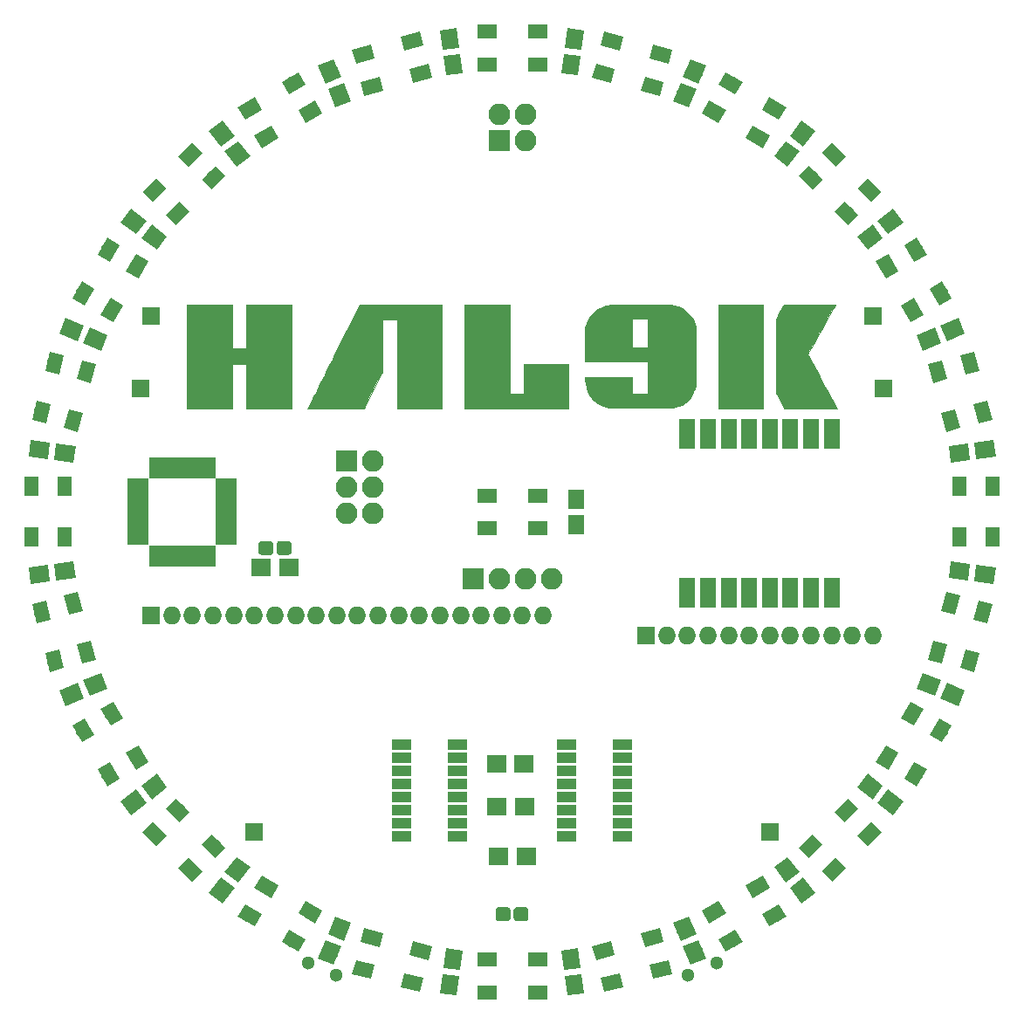
<source format=gts>
G04 #@! TF.GenerationSoftware,KiCad,Pcbnew,(5.0.0)*
G04 #@! TF.CreationDate,2018-09-11T12:34:07+02:00*
G04 #@! TF.ProjectId,hal9k-badge,68616C396B2D62616467652E6B696361,rev?*
G04 #@! TF.SameCoordinates,PX5f5e100PY8f0d180*
G04 #@! TF.FileFunction,Soldermask,Top*
G04 #@! TF.FilePolarity,Negative*
%FSLAX46Y46*%
G04 Gerber Fmt 4.6, Leading zero omitted, Abs format (unit mm)*
G04 Created by KiCad (PCBNEW (5.0.0)) date 09/11/18 12:34:07*
%MOMM*%
%LPD*%
G01*
G04 APERTURE LIST*
%ADD10C,0.010000*%
%ADD11C,0.100000*%
%ADD12R,1.900000X1.000000*%
%ADD13C,1.400000*%
%ADD14R,1.900000X1.400000*%
%ADD15R,1.400000X1.900000*%
%ADD16C,1.650000*%
%ADD17R,1.650000X1.900000*%
%ADD18O,2.100000X2.100000*%
%ADD19R,2.100000X2.100000*%
%ADD20R,1.900000X1.700000*%
%ADD21R,2.000000X0.950000*%
%ADD22R,0.950000X2.000000*%
%ADD23C,1.350000*%
%ADD24R,1.500000X2.900000*%
%ADD25R,1.750000X1.750000*%
%ADD26O,1.750000X1.750000*%
%ADD27C,1.300000*%
G04 APERTURE END LIST*
D10*
G04 #@! TO.C,*
G36*
X81370630Y70111750D02*
X81320290Y70014403D01*
X81297106Y69972284D01*
X81244935Y69879267D01*
X81166207Y69739637D01*
X81063351Y69557680D01*
X80938794Y69337683D01*
X80794966Y69083932D01*
X80634296Y68800711D01*
X80459211Y68492309D01*
X80272142Y68163009D01*
X80075517Y67817099D01*
X79966395Y67625215D01*
X79766906Y67274104D01*
X79576730Y66938646D01*
X79398182Y66622966D01*
X79233575Y66331189D01*
X79085222Y66067440D01*
X78955438Y65835844D01*
X78846535Y65640526D01*
X78760828Y65485611D01*
X78700631Y65375225D01*
X78668256Y65313492D01*
X78663138Y65301625D01*
X78678032Y65269755D01*
X78721227Y65186036D01*
X78790628Y65054369D01*
X78884137Y64878655D01*
X78999657Y64662798D01*
X79135091Y64410697D01*
X79288342Y64126254D01*
X79457314Y63813372D01*
X79639909Y63475952D01*
X79834031Y63117895D01*
X80037582Y62743102D01*
X80095593Y62636405D01*
X80301245Y62258148D01*
X80498059Y61895951D01*
X80683944Y61553673D01*
X80856807Y61235177D01*
X81014556Y60944323D01*
X81155100Y60684972D01*
X81276346Y60460985D01*
X81376202Y60276223D01*
X81452577Y60134547D01*
X81503378Y60039817D01*
X81526513Y59995895D01*
X81527750Y59993218D01*
X81496788Y59991712D01*
X81407054Y59990278D01*
X81263278Y59988934D01*
X81070187Y59987696D01*
X80832510Y59986584D01*
X80554975Y59985614D01*
X80242312Y59984805D01*
X79899248Y59984176D01*
X79530511Y59983743D01*
X79140832Y59983524D01*
X78961943Y59983500D01*
X76396137Y59983500D01*
X76009132Y60769313D01*
X75622126Y61555125D01*
X75622188Y65118880D01*
X75622250Y68682634D01*
X75979109Y69397192D01*
X76335969Y70111751D01*
X78853299Y70111751D01*
X81370630Y70111750D01*
X81370630Y70111750D01*
G37*
X81370630Y70111750D02*
X81320290Y70014403D01*
X81297106Y69972284D01*
X81244935Y69879267D01*
X81166207Y69739637D01*
X81063351Y69557680D01*
X80938794Y69337683D01*
X80794966Y69083932D01*
X80634296Y68800711D01*
X80459211Y68492309D01*
X80272142Y68163009D01*
X80075517Y67817099D01*
X79966395Y67625215D01*
X79766906Y67274104D01*
X79576730Y66938646D01*
X79398182Y66622966D01*
X79233575Y66331189D01*
X79085222Y66067440D01*
X78955438Y65835844D01*
X78846535Y65640526D01*
X78760828Y65485611D01*
X78700631Y65375225D01*
X78668256Y65313492D01*
X78663138Y65301625D01*
X78678032Y65269755D01*
X78721227Y65186036D01*
X78790628Y65054369D01*
X78884137Y64878655D01*
X78999657Y64662798D01*
X79135091Y64410697D01*
X79288342Y64126254D01*
X79457314Y63813372D01*
X79639909Y63475952D01*
X79834031Y63117895D01*
X80037582Y62743102D01*
X80095593Y62636405D01*
X80301245Y62258148D01*
X80498059Y61895951D01*
X80683944Y61553673D01*
X80856807Y61235177D01*
X81014556Y60944323D01*
X81155100Y60684972D01*
X81276346Y60460985D01*
X81376202Y60276223D01*
X81452577Y60134547D01*
X81503378Y60039817D01*
X81526513Y59995895D01*
X81527750Y59993218D01*
X81496788Y59991712D01*
X81407054Y59990278D01*
X81263278Y59988934D01*
X81070187Y59987696D01*
X80832510Y59986584D01*
X80554975Y59985614D01*
X80242312Y59984805D01*
X79899248Y59984176D01*
X79530511Y59983743D01*
X79140832Y59983524D01*
X78961943Y59983500D01*
X76396137Y59983500D01*
X76009132Y60769313D01*
X75622126Y61555125D01*
X75622188Y65118880D01*
X75622250Y68682634D01*
X75979109Y69397192D01*
X76335969Y70111751D01*
X78853299Y70111751D01*
X81370630Y70111750D01*
G36*
X74352250Y59983500D02*
X70002500Y59983500D01*
X70002500Y70111750D01*
X74352250Y70111750D01*
X74352250Y59983500D01*
X74352250Y59983500D01*
G37*
X74352250Y59983500D02*
X70002500Y59983500D01*
X70002500Y70111750D01*
X74352250Y70111750D01*
X74352250Y59983500D01*
D11*
G36*
X63013815Y70095811D02*
X63458773Y70095567D01*
X63848513Y70095071D01*
X64187178Y70094247D01*
X64478908Y70093022D01*
X64727845Y70091321D01*
X64938131Y70089071D01*
X65113907Y70086196D01*
X65259314Y70082623D01*
X65378494Y70078277D01*
X65475588Y70073084D01*
X65554737Y70066971D01*
X65620083Y70059862D01*
X65675768Y70051683D01*
X65725932Y70042361D01*
X65747501Y70037839D01*
X66169111Y69918695D01*
X66548241Y69752425D01*
X66884238Y69539679D01*
X67176447Y69281111D01*
X67424217Y68977370D01*
X67626893Y68629110D01*
X67783823Y68236980D01*
X67869639Y67921084D01*
X67879291Y67872768D01*
X67887719Y67817020D01*
X67895001Y67749469D01*
X67901222Y67665748D01*
X67906460Y67561487D01*
X67910799Y67432318D01*
X67914319Y67273870D01*
X67917101Y67081776D01*
X67919228Y66851665D01*
X67920780Y66579170D01*
X67921839Y66259921D01*
X67922487Y65889549D01*
X67922804Y65463685D01*
X67922875Y65063500D01*
X67922839Y64578027D01*
X67922582Y64151480D01*
X67921876Y63779287D01*
X67920492Y63456875D01*
X67918203Y63179670D01*
X67914783Y62943100D01*
X67910002Y62742592D01*
X67903634Y62573571D01*
X67895451Y62431466D01*
X67885226Y62311702D01*
X67872731Y62209708D01*
X67857738Y62120910D01*
X67840019Y62040734D01*
X67819348Y61964608D01*
X67795497Y61887959D01*
X67768238Y61806213D01*
X67759505Y61780435D01*
X67601411Y61408958D01*
X67393076Y61074009D01*
X67138110Y60778461D01*
X66840122Y60525186D01*
X66502720Y60317060D01*
X66129513Y60156955D01*
X65724111Y60047745D01*
X65545955Y60017862D01*
X65474761Y60012490D01*
X65345957Y60007634D01*
X65165265Y60003293D01*
X64938412Y59999467D01*
X64671121Y59996155D01*
X64369116Y59993355D01*
X64038121Y59991069D01*
X63683862Y59989293D01*
X63312061Y59988029D01*
X62928443Y59987275D01*
X62538732Y59987030D01*
X62148653Y59987295D01*
X61763930Y59988067D01*
X61390287Y59989346D01*
X61033448Y59991132D01*
X60699137Y59993424D01*
X60393080Y59996220D01*
X60120998Y59999522D01*
X59888619Y60003326D01*
X59701664Y60007634D01*
X59565859Y60012444D01*
X59486927Y60017755D01*
X59480065Y60018636D01*
X59060519Y60109225D01*
X58675118Y60252180D01*
X58326032Y60445003D01*
X58015429Y60685200D01*
X57745478Y60970273D01*
X57518347Y61297728D01*
X57336204Y61665068D01*
X57201219Y62069797D01*
X57115559Y62509420D01*
X57089966Y62769563D01*
X57070672Y63063250D01*
X61715750Y63063250D01*
X61715750Y61444000D01*
X63144500Y61444000D01*
X63144500Y64492000D01*
X57076144Y64492000D01*
X57087568Y66135063D01*
X57098993Y67778125D01*
X57185037Y68088722D01*
X57327252Y68495753D01*
X57407886Y68651250D01*
X61715750Y68651250D01*
X61715750Y65952500D01*
X63144500Y65952500D01*
X63144500Y68651250D01*
X61715750Y68651250D01*
X57407886Y68651250D01*
X57515988Y68859717D01*
X57750308Y69179741D01*
X58029278Y69454951D01*
X58351961Y69684472D01*
X58717423Y69867432D01*
X59124726Y70002955D01*
X59271498Y70037839D01*
X59320540Y70047693D01*
X59373264Y70056370D01*
X59433813Y70063944D01*
X59506328Y70070490D01*
X59594949Y70076082D01*
X59703819Y70080794D01*
X59837079Y70084701D01*
X59998871Y70087877D01*
X60193335Y70090395D01*
X60424613Y70092331D01*
X60696847Y70093758D01*
X61014178Y70094750D01*
X61380747Y70095383D01*
X61800696Y70095729D01*
X62278166Y70095864D01*
X62509500Y70095875D01*
X63013815Y70095811D01*
X63013815Y70095811D01*
G37*
D10*
G36*
X49746000Y61444000D02*
X51143000Y61444000D01*
X51143000Y64333250D01*
X55429250Y64333250D01*
X55429250Y59983500D01*
X45396250Y59983500D01*
X45396250Y70111750D01*
X49746000Y70111750D01*
X49746000Y61444000D01*
X49746000Y61444000D01*
G37*
X49746000Y61444000D02*
X51143000Y61444000D01*
X51143000Y64333250D01*
X55429250Y64333250D01*
X55429250Y59983500D01*
X45396250Y59983500D01*
X45396250Y70111750D01*
X49746000Y70111750D01*
X49746000Y61444000D01*
G36*
X43173750Y70111750D02*
X43173750Y59983500D01*
X38824000Y59983500D01*
X38824000Y68651250D01*
X37395250Y68651250D01*
X37395250Y63606876D01*
X36514187Y61795741D01*
X35633125Y59984606D01*
X32894687Y59984053D01*
X32483770Y59984150D01*
X32091540Y59984594D01*
X31722576Y59985358D01*
X31381454Y59986416D01*
X31072751Y59987744D01*
X30801044Y59989316D01*
X30570911Y59991105D01*
X30386927Y59993086D01*
X30253671Y59995234D01*
X30175719Y59997523D01*
X30156250Y59999415D01*
X30170219Y60029028D01*
X30211176Y60112565D01*
X30277693Y60247165D01*
X30368343Y60429963D01*
X30481700Y60658098D01*
X30616336Y60928706D01*
X30770824Y61238925D01*
X30943738Y61585890D01*
X31133650Y61966741D01*
X31339134Y62378612D01*
X31558762Y62818642D01*
X31791107Y63283968D01*
X32034743Y63771727D01*
X32288242Y64279055D01*
X32550178Y64803090D01*
X32680394Y65063540D01*
X35204539Y70111751D01*
X39189144Y70111751D01*
X43173750Y70111750D01*
X43173750Y70111750D01*
G37*
X43173750Y70111750D02*
X43173750Y59983500D01*
X38824000Y59983500D01*
X38824000Y68651250D01*
X37395250Y68651250D01*
X37395250Y63606876D01*
X36514187Y61795741D01*
X35633125Y59984606D01*
X32894687Y59984053D01*
X32483770Y59984150D01*
X32091540Y59984594D01*
X31722576Y59985358D01*
X31381454Y59986416D01*
X31072751Y59987744D01*
X30801044Y59989316D01*
X30570911Y59991105D01*
X30386927Y59993086D01*
X30253671Y59995234D01*
X30175719Y59997523D01*
X30156250Y59999415D01*
X30170219Y60029028D01*
X30211176Y60112565D01*
X30277693Y60247165D01*
X30368343Y60429963D01*
X30481700Y60658098D01*
X30616336Y60928706D01*
X30770824Y61238925D01*
X30943738Y61585890D01*
X31133650Y61966741D01*
X31339134Y62378612D01*
X31558762Y62818642D01*
X31791107Y63283968D01*
X32034743Y63771727D01*
X32288242Y64279055D01*
X32550178Y64803090D01*
X32680394Y65063540D01*
X35204539Y70111751D01*
X39189144Y70111751D01*
X43173750Y70111750D01*
G36*
X22853750Y65825500D02*
X24250750Y65825500D01*
X24250750Y70111750D01*
X28600500Y70111750D01*
X28600500Y59983500D01*
X24250750Y59983500D01*
X24250750Y64333250D01*
X22853750Y64333250D01*
X22853750Y59983500D01*
X18472250Y59983500D01*
X18472250Y70111750D01*
X22853750Y70111750D01*
X22853750Y65825500D01*
X22853750Y65825500D01*
G37*
X22853750Y65825500D02*
X24250750Y65825500D01*
X24250750Y70111750D01*
X28600500Y70111750D01*
X28600500Y59983500D01*
X24250750Y59983500D01*
X24250750Y64333250D01*
X22853750Y64333250D01*
X22853750Y59983500D01*
X18472250Y59983500D01*
X18472250Y70111750D01*
X22853750Y70111750D01*
X22853750Y65825500D01*
G04 #@! TD*
D12*
G04 #@! TO.C,U5*
X55300000Y27445000D03*
X55300000Y26175000D03*
X55300000Y24905000D03*
X55300000Y23635000D03*
X55300000Y22365000D03*
X55300000Y21095000D03*
X55300000Y19825000D03*
X55300000Y18555000D03*
X60700000Y18555000D03*
X60700000Y19825000D03*
X60700000Y21095000D03*
X60700000Y22365000D03*
X60700000Y23635000D03*
X60700000Y24905000D03*
X60700000Y26175000D03*
X60700000Y27445000D03*
G04 #@! TD*
D13*
G04 #@! TO.C,D7*
X95646250Y40305551D03*
D11*
G36*
X96076520Y39206748D02*
X94724224Y39569095D01*
X95215980Y41404354D01*
X96568276Y41042007D01*
X96076520Y39206748D01*
X96076520Y39206748D01*
G37*
D13*
X92555287Y41133772D03*
D11*
G36*
X92985557Y40034969D02*
X91633261Y40397316D01*
X92125017Y42232575D01*
X93477313Y41870228D01*
X92985557Y40034969D01*
X92985557Y40034969D01*
G37*
D13*
X94378037Y35572514D03*
D11*
G36*
X94808307Y34473711D02*
X93456011Y34836058D01*
X93947767Y36671317D01*
X95300063Y36308970D01*
X94808307Y34473711D01*
X94808307Y34473711D01*
G37*
D13*
X91287074Y36400735D03*
D11*
G36*
X91717344Y35301932D02*
X90365048Y35664279D01*
X90856804Y37499538D01*
X92209100Y37137191D01*
X91717344Y35301932D01*
X91717344Y35301932D01*
G37*
G04 #@! TD*
D13*
G04 #@! TO.C,D8*
X91581784Y28821762D03*
D11*
G36*
X91713002Y27649038D02*
X90500566Y28349038D01*
X91450566Y29994486D01*
X92663002Y29294486D01*
X91713002Y27649038D01*
X91713002Y27649038D01*
G37*
D13*
X88810502Y30421762D03*
D11*
G36*
X88941720Y29249038D02*
X87729284Y29949038D01*
X88679284Y31594486D01*
X89891720Y30894486D01*
X88941720Y29249038D01*
X88941720Y29249038D01*
G37*
D13*
X89131784Y24578238D03*
D11*
G36*
X89263002Y23405514D02*
X88050566Y24105514D01*
X89000566Y25750962D01*
X90213002Y25050962D01*
X89263002Y23405514D01*
X89263002Y23405514D01*
G37*
D13*
X86360502Y26178238D03*
D11*
G36*
X86491720Y25005514D02*
X85279284Y25705514D01*
X86229284Y27350962D01*
X87441720Y26650962D01*
X86491720Y25005514D01*
X86491720Y25005514D01*
G37*
G04 #@! TD*
D13*
G04 #@! TO.C,D9*
X84683587Y18781236D03*
D11*
G36*
X84506810Y17614510D02*
X83516861Y18604459D01*
X84860364Y19947962D01*
X85850313Y18958013D01*
X84506810Y17614510D01*
X84506810Y17614510D01*
G37*
D13*
X82420846Y21043977D03*
D11*
G36*
X82244069Y19877251D02*
X81254120Y20867200D01*
X82597623Y22210703D01*
X83587572Y21220754D01*
X82244069Y19877251D01*
X82244069Y19877251D01*
G37*
D13*
X81218764Y15316413D03*
D11*
G36*
X81041987Y14149687D02*
X80052038Y15139636D01*
X81395541Y16483139D01*
X82385490Y15493190D01*
X81041987Y14149687D01*
X81041987Y14149687D01*
G37*
D13*
X78956023Y17579154D03*
D11*
G36*
X78779246Y16412428D02*
X77789297Y17402377D01*
X79132800Y18745880D01*
X80122749Y17755931D01*
X78779246Y16412428D01*
X78779246Y16412428D01*
G37*
G04 #@! TD*
D13*
G04 #@! TO.C,D10*
X75421762Y10868216D03*
D11*
G36*
X74949038Y9786998D02*
X74249038Y10999434D01*
X75894486Y11949434D01*
X76594486Y10736998D01*
X74949038Y9786998D01*
X74949038Y9786998D01*
G37*
D13*
X73821762Y13639498D03*
D11*
G36*
X73349038Y12558280D02*
X72649038Y13770716D01*
X74294486Y14720716D01*
X74994486Y13508280D01*
X73349038Y12558280D01*
X73349038Y12558280D01*
G37*
D13*
X71178238Y8418216D03*
D11*
G36*
X70705514Y7336998D02*
X70005514Y8549434D01*
X71650962Y9499434D01*
X72350962Y8286998D01*
X70705514Y7336998D01*
X70705514Y7336998D01*
G37*
D13*
X69578238Y11189498D03*
D11*
G36*
X69105514Y10108280D02*
X68405514Y11320716D01*
X70050962Y12270716D01*
X70750962Y11058280D01*
X69105514Y10108280D01*
X69105514Y10108280D01*
G37*
G04 #@! TD*
D13*
G04 #@! TO.C,D11*
X64427486Y5621963D03*
D11*
G36*
X63691030Y4699937D02*
X63328683Y6052233D01*
X65163942Y6543989D01*
X65526289Y5191693D01*
X63691030Y4699937D01*
X63691030Y4699937D01*
G37*
D13*
X63599265Y8712926D03*
D11*
G36*
X62862809Y7790900D02*
X62500462Y9143196D01*
X64335721Y9634952D01*
X64698068Y8282656D01*
X62862809Y7790900D01*
X62862809Y7790900D01*
G37*
D13*
X59694449Y4353750D03*
D11*
G36*
X58957993Y3431724D02*
X58595646Y4784020D01*
X60430905Y5275776D01*
X60793252Y3923480D01*
X58957993Y3431724D01*
X58957993Y3431724D01*
G37*
D13*
X58866228Y7444713D03*
D11*
G36*
X58129772Y6522687D02*
X57767425Y7874983D01*
X59602684Y8366739D01*
X59965031Y7014443D01*
X58129772Y6522687D01*
X58129772Y6522687D01*
G37*
G04 #@! TD*
D14*
G04 #@! TO.C,D12*
X52450000Y3400000D03*
X52450000Y6600000D03*
X47550000Y3400000D03*
X47550000Y6600000D03*
G04 #@! TD*
D13*
G04 #@! TO.C,D13*
X40305551Y4353750D03*
D11*
G36*
X39206748Y3923480D02*
X39569095Y5275776D01*
X41404354Y4784020D01*
X41042007Y3431724D01*
X39206748Y3923480D01*
X39206748Y3923480D01*
G37*
D13*
X41133772Y7444713D03*
D11*
G36*
X40034969Y7014443D02*
X40397316Y8366739D01*
X42232575Y7874983D01*
X41870228Y6522687D01*
X40034969Y7014443D01*
X40034969Y7014443D01*
G37*
D13*
X35572514Y5621963D03*
D11*
G36*
X34473711Y5191693D02*
X34836058Y6543989D01*
X36671317Y6052233D01*
X36308970Y4699937D01*
X34473711Y5191693D01*
X34473711Y5191693D01*
G37*
D13*
X36400735Y8712926D03*
D11*
G36*
X35301932Y8282656D02*
X35664279Y9634952D01*
X37499538Y9143196D01*
X37137191Y7790900D01*
X35301932Y8282656D01*
X35301932Y8282656D01*
G37*
G04 #@! TD*
D13*
G04 #@! TO.C,D14*
X28821762Y8418216D03*
D11*
G36*
X27649038Y8286998D02*
X28349038Y9499434D01*
X29994486Y8549434D01*
X29294486Y7336998D01*
X27649038Y8286998D01*
X27649038Y8286998D01*
G37*
D13*
X30421762Y11189498D03*
D11*
G36*
X29249038Y11058280D02*
X29949038Y12270716D01*
X31594486Y11320716D01*
X30894486Y10108280D01*
X29249038Y11058280D01*
X29249038Y11058280D01*
G37*
D13*
X24578238Y10868216D03*
D11*
G36*
X23405514Y10736998D02*
X24105514Y11949434D01*
X25750962Y10999434D01*
X25050962Y9786998D01*
X23405514Y10736998D01*
X23405514Y10736998D01*
G37*
D13*
X26178238Y13639498D03*
D11*
G36*
X25005514Y13508280D02*
X25705514Y14720716D01*
X27350962Y13770716D01*
X26650962Y12558280D01*
X25005514Y13508280D01*
X25005514Y13508280D01*
G37*
G04 #@! TD*
D13*
G04 #@! TO.C,D15*
X18781236Y15316413D03*
D11*
G36*
X17614510Y15493190D02*
X18604459Y16483139D01*
X19947962Y15139636D01*
X18958013Y14149687D01*
X17614510Y15493190D01*
X17614510Y15493190D01*
G37*
D13*
X21043977Y17579154D03*
D11*
G36*
X19877251Y17755931D02*
X20867200Y18745880D01*
X22210703Y17402377D01*
X21220754Y16412428D01*
X19877251Y17755931D01*
X19877251Y17755931D01*
G37*
D13*
X15316413Y18781236D03*
D11*
G36*
X14149687Y18958013D02*
X15139636Y19947962D01*
X16483139Y18604459D01*
X15493190Y17614510D01*
X14149687Y18958013D01*
X14149687Y18958013D01*
G37*
D13*
X17579154Y21043977D03*
D11*
G36*
X16412428Y21220754D02*
X17402377Y22210703D01*
X18745880Y20867200D01*
X17755931Y19877251D01*
X16412428Y21220754D01*
X16412428Y21220754D01*
G37*
G04 #@! TD*
D13*
G04 #@! TO.C,D16*
X10868216Y24578238D03*
D11*
G36*
X9786998Y25050962D02*
X10999434Y25750962D01*
X11949434Y24105514D01*
X10736998Y23405514D01*
X9786998Y25050962D01*
X9786998Y25050962D01*
G37*
D13*
X13639498Y26178238D03*
D11*
G36*
X12558280Y26650962D02*
X13770716Y27350962D01*
X14720716Y25705514D01*
X13508280Y25005514D01*
X12558280Y26650962D01*
X12558280Y26650962D01*
G37*
D13*
X8418216Y28821762D03*
D11*
G36*
X7336998Y29294486D02*
X8549434Y29994486D01*
X9499434Y28349038D01*
X8286998Y27649038D01*
X7336998Y29294486D01*
X7336998Y29294486D01*
G37*
D13*
X11189498Y30421762D03*
D11*
G36*
X10108280Y30894486D02*
X11320716Y31594486D01*
X12270716Y29949038D01*
X11058280Y29249038D01*
X10108280Y30894486D01*
X10108280Y30894486D01*
G37*
G04 #@! TD*
D13*
G04 #@! TO.C,D17*
X5621963Y35572514D03*
D11*
G36*
X4699937Y36308970D02*
X6052233Y36671317D01*
X6543989Y34836058D01*
X5191693Y34473711D01*
X4699937Y36308970D01*
X4699937Y36308970D01*
G37*
D13*
X8712926Y36400735D03*
D11*
G36*
X7790900Y37137191D02*
X9143196Y37499538D01*
X9634952Y35664279D01*
X8282656Y35301932D01*
X7790900Y37137191D01*
X7790900Y37137191D01*
G37*
D13*
X4353750Y40305551D03*
D11*
G36*
X3431724Y41042007D02*
X4784020Y41404354D01*
X5275776Y39569095D01*
X3923480Y39206748D01*
X3431724Y41042007D01*
X3431724Y41042007D01*
G37*
D13*
X7444713Y41133772D03*
D11*
G36*
X6522687Y41870228D02*
X7874983Y42232575D01*
X8366739Y40397316D01*
X7014443Y40034969D01*
X6522687Y41870228D01*
X6522687Y41870228D01*
G37*
G04 #@! TD*
D15*
G04 #@! TO.C,D18*
X3400000Y47550000D03*
X6600000Y47550000D03*
X3400000Y52450000D03*
X6600000Y52450000D03*
G04 #@! TD*
D13*
G04 #@! TO.C,D19*
X4353750Y59694449D03*
D11*
G36*
X3923480Y60793252D02*
X5275776Y60430905D01*
X4784020Y58595646D01*
X3431724Y58957993D01*
X3923480Y60793252D01*
X3923480Y60793252D01*
G37*
D13*
X7444713Y58866228D03*
D11*
G36*
X7014443Y59965031D02*
X8366739Y59602684D01*
X7874983Y57767425D01*
X6522687Y58129772D01*
X7014443Y59965031D01*
X7014443Y59965031D01*
G37*
D13*
X5621963Y64427486D03*
D11*
G36*
X5191693Y65526289D02*
X6543989Y65163942D01*
X6052233Y63328683D01*
X4699937Y63691030D01*
X5191693Y65526289D01*
X5191693Y65526289D01*
G37*
D13*
X8712926Y63599265D03*
D11*
G36*
X8282656Y64698068D02*
X9634952Y64335721D01*
X9143196Y62500462D01*
X7790900Y62862809D01*
X8282656Y64698068D01*
X8282656Y64698068D01*
G37*
G04 #@! TD*
D13*
G04 #@! TO.C,D20*
X8418216Y71178238D03*
D11*
G36*
X8286998Y72350962D02*
X9499434Y71650962D01*
X8549434Y70005514D01*
X7336998Y70705514D01*
X8286998Y72350962D01*
X8286998Y72350962D01*
G37*
D13*
X11189498Y69578238D03*
D11*
G36*
X11058280Y70750962D02*
X12270716Y70050962D01*
X11320716Y68405514D01*
X10108280Y69105514D01*
X11058280Y70750962D01*
X11058280Y70750962D01*
G37*
D13*
X10868216Y75421762D03*
D11*
G36*
X10736998Y76594486D02*
X11949434Y75894486D01*
X10999434Y74249038D01*
X9786998Y74949038D01*
X10736998Y76594486D01*
X10736998Y76594486D01*
G37*
D13*
X13639498Y73821762D03*
D11*
G36*
X13508280Y74994486D02*
X14720716Y74294486D01*
X13770716Y72649038D01*
X12558280Y73349038D01*
X13508280Y74994486D01*
X13508280Y74994486D01*
G37*
G04 #@! TD*
D13*
G04 #@! TO.C,D21*
X15316413Y81218764D03*
D11*
G36*
X15493190Y82385490D02*
X16483139Y81395541D01*
X15139636Y80052038D01*
X14149687Y81041987D01*
X15493190Y82385490D01*
X15493190Y82385490D01*
G37*
D13*
X17579154Y78956023D03*
D11*
G36*
X17755931Y80122749D02*
X18745880Y79132800D01*
X17402377Y77789297D01*
X16412428Y78779246D01*
X17755931Y80122749D01*
X17755931Y80122749D01*
G37*
D13*
X18781236Y84683587D03*
D11*
G36*
X18958013Y85850313D02*
X19947962Y84860364D01*
X18604459Y83516861D01*
X17614510Y84506810D01*
X18958013Y85850313D01*
X18958013Y85850313D01*
G37*
D13*
X21043977Y82420846D03*
D11*
G36*
X21220754Y83587572D02*
X22210703Y82597623D01*
X20867200Y81254120D01*
X19877251Y82244069D01*
X21220754Y83587572D01*
X21220754Y83587572D01*
G37*
G04 #@! TD*
D13*
G04 #@! TO.C,D22*
X24578238Y89131784D03*
D11*
G36*
X25050962Y90213002D02*
X25750962Y89000566D01*
X24105514Y88050566D01*
X23405514Y89263002D01*
X25050962Y90213002D01*
X25050962Y90213002D01*
G37*
D13*
X26178238Y86360502D03*
D11*
G36*
X26650962Y87441720D02*
X27350962Y86229284D01*
X25705514Y85279284D01*
X25005514Y86491720D01*
X26650962Y87441720D01*
X26650962Y87441720D01*
G37*
D13*
X28821762Y91581784D03*
D11*
G36*
X29294486Y92663002D02*
X29994486Y91450566D01*
X28349038Y90500566D01*
X27649038Y91713002D01*
X29294486Y92663002D01*
X29294486Y92663002D01*
G37*
D13*
X30421762Y88810502D03*
D11*
G36*
X30894486Y89891720D02*
X31594486Y88679284D01*
X29949038Y87729284D01*
X29249038Y88941720D01*
X30894486Y89891720D01*
X30894486Y89891720D01*
G37*
G04 #@! TD*
D13*
G04 #@! TO.C,D23*
X35572514Y94378037D03*
D11*
G36*
X36308970Y95300063D02*
X36671317Y93947767D01*
X34836058Y93456011D01*
X34473711Y94808307D01*
X36308970Y95300063D01*
X36308970Y95300063D01*
G37*
D13*
X36400735Y91287074D03*
D11*
G36*
X37137191Y92209100D02*
X37499538Y90856804D01*
X35664279Y90365048D01*
X35301932Y91717344D01*
X37137191Y92209100D01*
X37137191Y92209100D01*
G37*
D13*
X40305551Y95646250D03*
D11*
G36*
X41042007Y96568276D02*
X41404354Y95215980D01*
X39569095Y94724224D01*
X39206748Y96076520D01*
X41042007Y96568276D01*
X41042007Y96568276D01*
G37*
D13*
X41133772Y92555287D03*
D11*
G36*
X41870228Y93477313D02*
X42232575Y92125017D01*
X40397316Y91633261D01*
X40034969Y92985557D01*
X41870228Y93477313D01*
X41870228Y93477313D01*
G37*
G04 #@! TD*
D14*
G04 #@! TO.C,D24*
X47550000Y96600000D03*
X47550000Y93400000D03*
X52450000Y96600000D03*
X52450000Y93400000D03*
G04 #@! TD*
D13*
G04 #@! TO.C,D1*
X59694449Y95646250D03*
D11*
G36*
X60793252Y96076520D02*
X60430905Y94724224D01*
X58595646Y95215980D01*
X58957993Y96568276D01*
X60793252Y96076520D01*
X60793252Y96076520D01*
G37*
D13*
X58866228Y92555287D03*
D11*
G36*
X59965031Y92985557D02*
X59602684Y91633261D01*
X57767425Y92125017D01*
X58129772Y93477313D01*
X59965031Y92985557D01*
X59965031Y92985557D01*
G37*
D13*
X64427486Y94378037D03*
D11*
G36*
X65526289Y94808307D02*
X65163942Y93456011D01*
X63328683Y93947767D01*
X63691030Y95300063D01*
X65526289Y94808307D01*
X65526289Y94808307D01*
G37*
D13*
X63599265Y91287074D03*
D11*
G36*
X64698068Y91717344D02*
X64335721Y90365048D01*
X62500462Y90856804D01*
X62862809Y92209100D01*
X64698068Y91717344D01*
X64698068Y91717344D01*
G37*
G04 #@! TD*
D13*
G04 #@! TO.C,D2*
X71178238Y91581784D03*
D11*
G36*
X72350962Y91713002D02*
X71650962Y90500566D01*
X70005514Y91450566D01*
X70705514Y92663002D01*
X72350962Y91713002D01*
X72350962Y91713002D01*
G37*
D13*
X69578238Y88810502D03*
D11*
G36*
X70750962Y88941720D02*
X70050962Y87729284D01*
X68405514Y88679284D01*
X69105514Y89891720D01*
X70750962Y88941720D01*
X70750962Y88941720D01*
G37*
D13*
X75421762Y89131784D03*
D11*
G36*
X76594486Y89263002D02*
X75894486Y88050566D01*
X74249038Y89000566D01*
X74949038Y90213002D01*
X76594486Y89263002D01*
X76594486Y89263002D01*
G37*
D13*
X73821762Y86360502D03*
D11*
G36*
X74994486Y86491720D02*
X74294486Y85279284D01*
X72649038Y86229284D01*
X73349038Y87441720D01*
X74994486Y86491720D01*
X74994486Y86491720D01*
G37*
G04 #@! TD*
D13*
G04 #@! TO.C,D3*
X81218764Y84683587D03*
D11*
G36*
X82385490Y84506810D02*
X81395541Y83516861D01*
X80052038Y84860364D01*
X81041987Y85850313D01*
X82385490Y84506810D01*
X82385490Y84506810D01*
G37*
D13*
X78956023Y82420846D03*
D11*
G36*
X80122749Y82244069D02*
X79132800Y81254120D01*
X77789297Y82597623D01*
X78779246Y83587572D01*
X80122749Y82244069D01*
X80122749Y82244069D01*
G37*
D13*
X84683587Y81218764D03*
D11*
G36*
X85850313Y81041987D02*
X84860364Y80052038D01*
X83516861Y81395541D01*
X84506810Y82385490D01*
X85850313Y81041987D01*
X85850313Y81041987D01*
G37*
D13*
X82420846Y78956023D03*
D11*
G36*
X83587572Y78779246D02*
X82597623Y77789297D01*
X81254120Y79132800D01*
X82244069Y80122749D01*
X83587572Y78779246D01*
X83587572Y78779246D01*
G37*
G04 #@! TD*
D13*
G04 #@! TO.C,D4*
X89131784Y75421762D03*
D11*
G36*
X90213002Y74949038D02*
X89000566Y74249038D01*
X88050566Y75894486D01*
X89263002Y76594486D01*
X90213002Y74949038D01*
X90213002Y74949038D01*
G37*
D13*
X86360502Y73821762D03*
D11*
G36*
X87441720Y73349038D02*
X86229284Y72649038D01*
X85279284Y74294486D01*
X86491720Y74994486D01*
X87441720Y73349038D01*
X87441720Y73349038D01*
G37*
D13*
X91581784Y71178238D03*
D11*
G36*
X92663002Y70705514D02*
X91450566Y70005514D01*
X90500566Y71650962D01*
X91713002Y72350962D01*
X92663002Y70705514D01*
X92663002Y70705514D01*
G37*
D13*
X88810502Y69578238D03*
D11*
G36*
X89891720Y69105514D02*
X88679284Y68405514D01*
X87729284Y70050962D01*
X88941720Y70750962D01*
X89891720Y69105514D01*
X89891720Y69105514D01*
G37*
G04 #@! TD*
D13*
G04 #@! TO.C,D5*
X94378037Y64427486D03*
D11*
G36*
X95300063Y63691030D02*
X93947767Y63328683D01*
X93456011Y65163942D01*
X94808307Y65526289D01*
X95300063Y63691030D01*
X95300063Y63691030D01*
G37*
D13*
X91287074Y63599265D03*
D11*
G36*
X92209100Y62862809D02*
X90856804Y62500462D01*
X90365048Y64335721D01*
X91717344Y64698068D01*
X92209100Y62862809D01*
X92209100Y62862809D01*
G37*
D13*
X95646250Y59694449D03*
D11*
G36*
X96568276Y58957993D02*
X95215980Y58595646D01*
X94724224Y60430905D01*
X96076520Y60793252D01*
X96568276Y58957993D01*
X96568276Y58957993D01*
G37*
D13*
X92555287Y58866228D03*
D11*
G36*
X93477313Y58129772D02*
X92125017Y57767425D01*
X91633261Y59602684D01*
X92985557Y59965031D01*
X93477313Y58129772D01*
X93477313Y58129772D01*
G37*
G04 #@! TD*
D15*
G04 #@! TO.C,D6*
X96600000Y52450000D03*
X93400000Y52450000D03*
X96600000Y47550000D03*
X93400000Y47550000D03*
G04 #@! TD*
D14*
G04 #@! TO.C,D25*
X52450000Y48400000D03*
X52450000Y51600000D03*
X47550000Y48400000D03*
X47550000Y51600000D03*
G04 #@! TD*
D16*
G04 #@! TO.C,C18*
X90419729Y33257600D03*
D11*
G36*
X89226330Y32858949D02*
X89857757Y34383350D01*
X91613128Y33656251D01*
X90981701Y32131850D01*
X89226330Y32858949D01*
X89226330Y32858949D01*
G37*
D16*
X92729427Y32300892D03*
D11*
G36*
X91536028Y31902241D02*
X92167455Y33426642D01*
X93922826Y32699543D01*
X93291399Y31175142D01*
X91536028Y31902241D01*
X91536028Y31902241D01*
G37*
G04 #@! TD*
D16*
G04 #@! TO.C,C19*
X84709208Y23366689D03*
D11*
G36*
X83453294Y23290496D02*
X84457751Y24599529D01*
X85965122Y23442882D01*
X84960665Y22133849D01*
X83453294Y23290496D01*
X83453294Y23290496D01*
G37*
D16*
X86692592Y21844785D03*
D11*
G36*
X85436678Y21768592D02*
X86441135Y23077625D01*
X87948506Y21920978D01*
X86944049Y20611945D01*
X85436678Y21768592D01*
X85436678Y21768592D01*
G37*
G04 #@! TD*
D16*
G04 #@! TO.C,C20*
X76633312Y15290793D03*
D11*
G36*
X75400472Y15542250D02*
X76709505Y16546707D01*
X77866152Y15039336D01*
X76557119Y14034879D01*
X75400472Y15542250D01*
X75400472Y15542250D01*
G37*
D16*
X78155216Y13307409D03*
D11*
G36*
X76922376Y13558866D02*
X78231409Y14563323D01*
X79388056Y13055952D01*
X78079023Y12051495D01*
X76922376Y13558866D01*
X76922376Y13558866D01*
G37*
G04 #@! TD*
D16*
G04 #@! TO.C,C21*
X66742401Y9580271D03*
D11*
G36*
X65616651Y10142243D02*
X67141052Y10773670D01*
X67868151Y9018299D01*
X66343750Y8386872D01*
X65616651Y10142243D01*
X65616651Y10142243D01*
G37*
D16*
X67699109Y7270573D03*
D11*
G36*
X66573359Y7832545D02*
X68097760Y8463972D01*
X68824859Y6708601D01*
X67300458Y6077174D01*
X66573359Y7832545D01*
X66573359Y7832545D01*
G37*
G04 #@! TD*
D16*
G04 #@! TO.C,C22*
X55710521Y6624288D03*
D11*
G36*
X54768579Y7458477D02*
X56404463Y7673845D01*
X56652463Y5790099D01*
X55016579Y5574731D01*
X54768579Y7458477D01*
X54768579Y7458477D01*
G37*
D16*
X56036837Y4145676D03*
D11*
G36*
X55094895Y4979865D02*
X56730779Y5195233D01*
X56978779Y3311487D01*
X55342895Y3096119D01*
X55094895Y4979865D01*
X55094895Y4979865D01*
G37*
G04 #@! TD*
D16*
G04 #@! TO.C,C23*
X44289480Y6624288D03*
D11*
G36*
X43595538Y7673845D02*
X45231422Y7458477D01*
X44983422Y5574731D01*
X43347538Y5790099D01*
X43595538Y7673845D01*
X43595538Y7673845D01*
G37*
D16*
X43963164Y4145676D03*
D11*
G36*
X43269222Y5195233D02*
X44905106Y4979865D01*
X44657106Y3096119D01*
X43021222Y3311487D01*
X43269222Y5195233D01*
X43269222Y5195233D01*
G37*
G04 #@! TD*
D16*
G04 #@! TO.C,C24*
X33257600Y9580271D03*
D11*
G36*
X32858949Y10773670D02*
X34383350Y10142243D01*
X33656251Y8386872D01*
X32131850Y9018299D01*
X32858949Y10773670D01*
X32858949Y10773670D01*
G37*
D16*
X32300892Y7270573D03*
D11*
G36*
X31902241Y8463972D02*
X33426642Y7832545D01*
X32699543Y6077174D01*
X31175142Y6708601D01*
X31902241Y8463972D01*
X31902241Y8463972D01*
G37*
G04 #@! TD*
D16*
G04 #@! TO.C,C25*
X23366689Y15290792D03*
D11*
G36*
X23290496Y16546706D02*
X24599529Y15542249D01*
X23442882Y14034878D01*
X22133849Y15039335D01*
X23290496Y16546706D01*
X23290496Y16546706D01*
G37*
D16*
X21844785Y13307408D03*
D11*
G36*
X21768592Y14563322D02*
X23077625Y13558865D01*
X21920978Y12051494D01*
X20611945Y13055951D01*
X21768592Y14563322D01*
X21768592Y14563322D01*
G37*
G04 #@! TD*
D16*
G04 #@! TO.C,C26*
X15290793Y23366688D03*
D11*
G36*
X15542250Y24599528D02*
X16546707Y23290495D01*
X15039336Y22133848D01*
X14034879Y23442881D01*
X15542250Y24599528D01*
X15542250Y24599528D01*
G37*
D16*
X13307409Y21844784D03*
D11*
G36*
X13558866Y23077624D02*
X14563323Y21768591D01*
X13055952Y20611944D01*
X12051495Y21920977D01*
X13558866Y23077624D01*
X13558866Y23077624D01*
G37*
G04 #@! TD*
D16*
G04 #@! TO.C,C27*
X9580271Y33257599D03*
D11*
G36*
X10142243Y34383349D02*
X10773670Y32858948D01*
X9018299Y32131849D01*
X8386872Y33656250D01*
X10142243Y34383349D01*
X10142243Y34383349D01*
G37*
D16*
X7270573Y32300891D03*
D11*
G36*
X7832545Y33426641D02*
X8463972Y31902240D01*
X6708601Y31175141D01*
X6077174Y32699542D01*
X7832545Y33426641D01*
X7832545Y33426641D01*
G37*
G04 #@! TD*
D16*
G04 #@! TO.C,C28*
X6624288Y44289479D03*
D11*
G36*
X7458477Y45231421D02*
X7673845Y43595537D01*
X5790099Y43347537D01*
X5574731Y44983421D01*
X7458477Y45231421D01*
X7458477Y45231421D01*
G37*
D16*
X4145676Y43963163D03*
D11*
G36*
X4979865Y44905105D02*
X5195233Y43269221D01*
X3311487Y43021221D01*
X3096119Y44657105D01*
X4979865Y44905105D01*
X4979865Y44905105D01*
G37*
G04 #@! TD*
D16*
G04 #@! TO.C,C29*
X6624288Y55710520D03*
D11*
G36*
X7673845Y56404462D02*
X7458477Y54768578D01*
X5574731Y55016578D01*
X5790099Y56652462D01*
X7673845Y56404462D01*
X7673845Y56404462D01*
G37*
D16*
X4145676Y56036836D03*
D11*
G36*
X5195233Y56730778D02*
X4979865Y55094894D01*
X3096119Y55342894D01*
X3311487Y56978778D01*
X5195233Y56730778D01*
X5195233Y56730778D01*
G37*
G04 #@! TD*
D16*
G04 #@! TO.C,C30*
X9580271Y66742400D03*
D11*
G36*
X10773670Y67141051D02*
X10142243Y65616650D01*
X8386872Y66343749D01*
X9018299Y67868150D01*
X10773670Y67141051D01*
X10773670Y67141051D01*
G37*
D16*
X7270573Y67699108D03*
D11*
G36*
X8463972Y68097759D02*
X7832545Y66573358D01*
X6077174Y67300457D01*
X6708601Y68824858D01*
X8463972Y68097759D01*
X8463972Y68097759D01*
G37*
G04 #@! TD*
D16*
G04 #@! TO.C,C31*
X15290792Y76633311D03*
D11*
G36*
X16546706Y76709504D02*
X15542249Y75400471D01*
X14034878Y76557118D01*
X15039335Y77866151D01*
X16546706Y76709504D01*
X16546706Y76709504D01*
G37*
D16*
X13307408Y78155215D03*
D11*
G36*
X14563322Y78231408D02*
X13558865Y76922375D01*
X12051494Y78079022D01*
X13055951Y79388055D01*
X14563322Y78231408D01*
X14563322Y78231408D01*
G37*
G04 #@! TD*
D16*
G04 #@! TO.C,C32*
X23366688Y84709207D03*
D11*
G36*
X24599528Y84457750D02*
X23290495Y83453293D01*
X22133848Y84960664D01*
X23442881Y85965121D01*
X24599528Y84457750D01*
X24599528Y84457750D01*
G37*
D16*
X21844784Y86692591D03*
D11*
G36*
X23077624Y86441134D02*
X21768591Y85436677D01*
X20611944Y86944048D01*
X21920977Y87948505D01*
X23077624Y86441134D01*
X23077624Y86441134D01*
G37*
G04 #@! TD*
D16*
G04 #@! TO.C,C33*
X33257599Y90419729D03*
D11*
G36*
X34383349Y89857757D02*
X32858948Y89226330D01*
X32131849Y90981701D01*
X33656250Y91613128D01*
X34383349Y89857757D01*
X34383349Y89857757D01*
G37*
D16*
X32300891Y92729427D03*
D11*
G36*
X33426641Y92167455D02*
X31902240Y91536028D01*
X31175141Y93291399D01*
X32699542Y93922826D01*
X33426641Y92167455D01*
X33426641Y92167455D01*
G37*
G04 #@! TD*
D16*
G04 #@! TO.C,C34*
X44289479Y93375712D03*
D11*
G36*
X45231421Y92541523D02*
X43595537Y92326155D01*
X43347537Y94209901D01*
X44983421Y94425269D01*
X45231421Y92541523D01*
X45231421Y92541523D01*
G37*
D16*
X43963163Y95854324D03*
D11*
G36*
X44905105Y95020135D02*
X43269221Y94804767D01*
X43021221Y96688513D01*
X44657105Y96903881D01*
X44905105Y95020135D01*
X44905105Y95020135D01*
G37*
G04 #@! TD*
D16*
G04 #@! TO.C,C35*
X55710520Y93375712D03*
D11*
G36*
X56404462Y92326155D02*
X54768578Y92541523D01*
X55016578Y94425269D01*
X56652462Y94209901D01*
X56404462Y92326155D01*
X56404462Y92326155D01*
G37*
D16*
X56036836Y95854324D03*
D11*
G36*
X56730778Y94804767D02*
X55094894Y95020135D01*
X55342894Y96903881D01*
X56978778Y96688513D01*
X56730778Y94804767D01*
X56730778Y94804767D01*
G37*
G04 #@! TD*
D16*
G04 #@! TO.C,C12*
X66742400Y90419729D03*
D11*
G36*
X67141051Y89226330D02*
X65616650Y89857757D01*
X66343749Y91613128D01*
X67868150Y90981701D01*
X67141051Y89226330D01*
X67141051Y89226330D01*
G37*
D16*
X67699108Y92729427D03*
D11*
G36*
X68097759Y91536028D02*
X66573358Y92167455D01*
X67300457Y93922826D01*
X68824858Y93291399D01*
X68097759Y91536028D01*
X68097759Y91536028D01*
G37*
G04 #@! TD*
D16*
G04 #@! TO.C,C13*
X76633311Y84709208D03*
D11*
G36*
X76709504Y83453294D02*
X75400471Y84457751D01*
X76557118Y85965122D01*
X77866151Y84960665D01*
X76709504Y83453294D01*
X76709504Y83453294D01*
G37*
D16*
X78155215Y86692592D03*
D11*
G36*
X78231408Y85436678D02*
X76922375Y86441135D01*
X78079022Y87948506D01*
X79388055Y86944049D01*
X78231408Y85436678D01*
X78231408Y85436678D01*
G37*
G04 #@! TD*
D16*
G04 #@! TO.C,C14*
X84709207Y76633312D03*
D11*
G36*
X84457750Y75400472D02*
X83453293Y76709505D01*
X84960664Y77866152D01*
X85965121Y76557119D01*
X84457750Y75400472D01*
X84457750Y75400472D01*
G37*
D16*
X86692591Y78155216D03*
D11*
G36*
X86441134Y76922376D02*
X85436677Y78231409D01*
X86944048Y79388056D01*
X87948505Y78079023D01*
X86441134Y76922376D01*
X86441134Y76922376D01*
G37*
G04 #@! TD*
D16*
G04 #@! TO.C,C15*
X90419729Y66742401D03*
D11*
G36*
X89857757Y65616651D02*
X89226330Y67141052D01*
X90981701Y67868151D01*
X91613128Y66343750D01*
X89857757Y65616651D01*
X89857757Y65616651D01*
G37*
D16*
X92729427Y67699109D03*
D11*
G36*
X92167455Y66573359D02*
X91536028Y68097760D01*
X93291399Y68824859D01*
X93922826Y67300458D01*
X92167455Y66573359D01*
X92167455Y66573359D01*
G37*
G04 #@! TD*
D16*
G04 #@! TO.C,C16*
X93375712Y55710521D03*
D11*
G36*
X92541523Y54768579D02*
X92326155Y56404463D01*
X94209901Y56652463D01*
X94425269Y55016579D01*
X92541523Y54768579D01*
X92541523Y54768579D01*
G37*
D16*
X95854324Y56036837D03*
D11*
G36*
X95020135Y55094895D02*
X94804767Y56730779D01*
X96688513Y56978779D01*
X96903881Y55342895D01*
X95020135Y55094895D01*
X95020135Y55094895D01*
G37*
G04 #@! TD*
D16*
G04 #@! TO.C,C17*
X95854324Y43963164D03*
D11*
G36*
X94804767Y43269222D02*
X95020135Y44905106D01*
X96903881Y44657106D01*
X96688513Y43021222D01*
X94804767Y43269222D01*
X94804767Y43269222D01*
G37*
D16*
X93375712Y44289480D03*
D11*
G36*
X92326155Y43595538D02*
X92541523Y45231422D01*
X94425269Y44983422D01*
X94209901Y43347538D01*
X92326155Y43595538D01*
X92326155Y43595538D01*
G37*
G04 #@! TD*
D17*
G04 #@! TO.C,C36*
X56190000Y48740000D03*
X56190000Y51240000D03*
G04 #@! TD*
D18*
G04 #@! TO.C,J6*
X36470000Y49880000D03*
X33930000Y49880000D03*
X36470000Y52420000D03*
X33930000Y52420000D03*
X36470000Y54960000D03*
D19*
X33930000Y54960000D03*
G04 #@! TD*
D18*
G04 #@! TO.C,J7*
X51270000Y88540000D03*
X51270000Y86000000D03*
X48730000Y88540000D03*
D19*
X48730000Y86000000D03*
G04 #@! TD*
G04 #@! TO.C,J8*
X46190000Y43500000D03*
D18*
X48730000Y43500000D03*
X51270000Y43500000D03*
X53810000Y43500000D03*
G04 #@! TD*
D20*
G04 #@! TO.C,R7*
X51240000Y21420000D03*
X48540000Y21420000D03*
G04 #@! TD*
G04 #@! TO.C,R8*
X48470000Y25530000D03*
X51170000Y25530000D03*
G04 #@! TD*
G04 #@! TO.C,R11*
X28350000Y44600000D03*
X25650000Y44600000D03*
G04 #@! TD*
G04 #@! TO.C,R12*
X51350000Y16600000D03*
X48650000Y16600000D03*
G04 #@! TD*
D12*
G04 #@! TO.C,U3*
X44700000Y27445000D03*
X44700000Y26175000D03*
X44700000Y24905000D03*
X44700000Y23635000D03*
X44700000Y22365000D03*
X44700000Y21095000D03*
X44700000Y19825000D03*
X44700000Y18555000D03*
X39300000Y18555000D03*
X39300000Y19825000D03*
X39300000Y21095000D03*
X39300000Y22365000D03*
X39300000Y23635000D03*
X39300000Y24905000D03*
X39300000Y26175000D03*
X39300000Y27445000D03*
G04 #@! TD*
D21*
G04 #@! TO.C,U4*
X13750000Y52800000D03*
X13750000Y52000000D03*
X13750000Y51200000D03*
X13750000Y50400000D03*
X13750000Y49600000D03*
X13750000Y48800000D03*
X13750000Y48000000D03*
X13750000Y47200000D03*
D22*
X15200000Y45750000D03*
X16000000Y45750000D03*
X16800000Y45750000D03*
X17600000Y45750000D03*
X18400000Y45750000D03*
X19200000Y45750000D03*
X20000000Y45750000D03*
X20800000Y45750000D03*
D21*
X22250000Y47200000D03*
X22250000Y48000000D03*
X22250000Y48800000D03*
X22250000Y49600000D03*
X22250000Y50400000D03*
X22250000Y51200000D03*
X22250000Y52000000D03*
X22250000Y52800000D03*
D22*
X20800000Y54250000D03*
X20000000Y54250000D03*
X19200000Y54250000D03*
X18400000Y54250000D03*
X17600000Y54250000D03*
X16800000Y54250000D03*
X16000000Y54250000D03*
X15200000Y54250000D03*
G04 #@! TD*
D11*
G04 #@! TO.C,D27*
G36*
X26545581Y47173375D02*
X26578343Y47168515D01*
X26610471Y47160467D01*
X26641656Y47149309D01*
X26671596Y47135148D01*
X26700005Y47118121D01*
X26726608Y47098391D01*
X26751149Y47076149D01*
X26773391Y47051608D01*
X26793121Y47025005D01*
X26810148Y46996596D01*
X26824309Y46966656D01*
X26835467Y46935471D01*
X26843515Y46903343D01*
X26848375Y46870581D01*
X26850000Y46837500D01*
X26850000Y46162500D01*
X26848375Y46129419D01*
X26843515Y46096657D01*
X26835467Y46064529D01*
X26824309Y46033344D01*
X26810148Y46003404D01*
X26793121Y45974995D01*
X26773391Y45948392D01*
X26751149Y45923851D01*
X26726608Y45901609D01*
X26700005Y45881879D01*
X26671596Y45864852D01*
X26641656Y45850691D01*
X26610471Y45839533D01*
X26578343Y45831485D01*
X26545581Y45826625D01*
X26512500Y45825000D01*
X25737500Y45825000D01*
X25704419Y45826625D01*
X25671657Y45831485D01*
X25639529Y45839533D01*
X25608344Y45850691D01*
X25578404Y45864852D01*
X25549995Y45881879D01*
X25523392Y45901609D01*
X25498851Y45923851D01*
X25476609Y45948392D01*
X25456879Y45974995D01*
X25439852Y46003404D01*
X25425691Y46033344D01*
X25414533Y46064529D01*
X25406485Y46096657D01*
X25401625Y46129419D01*
X25400000Y46162500D01*
X25400000Y46837500D01*
X25401625Y46870581D01*
X25406485Y46903343D01*
X25414533Y46935471D01*
X25425691Y46966656D01*
X25439852Y46996596D01*
X25456879Y47025005D01*
X25476609Y47051608D01*
X25498851Y47076149D01*
X25523392Y47098391D01*
X25549995Y47118121D01*
X25578404Y47135148D01*
X25608344Y47149309D01*
X25639529Y47160467D01*
X25671657Y47168515D01*
X25704419Y47173375D01*
X25737500Y47175000D01*
X26512500Y47175000D01*
X26545581Y47173375D01*
X26545581Y47173375D01*
G37*
D23*
X26125000Y46500000D03*
D11*
G36*
X28295581Y47173375D02*
X28328343Y47168515D01*
X28360471Y47160467D01*
X28391656Y47149309D01*
X28421596Y47135148D01*
X28450005Y47118121D01*
X28476608Y47098391D01*
X28501149Y47076149D01*
X28523391Y47051608D01*
X28543121Y47025005D01*
X28560148Y46996596D01*
X28574309Y46966656D01*
X28585467Y46935471D01*
X28593515Y46903343D01*
X28598375Y46870581D01*
X28600000Y46837500D01*
X28600000Y46162500D01*
X28598375Y46129419D01*
X28593515Y46096657D01*
X28585467Y46064529D01*
X28574309Y46033344D01*
X28560148Y46003404D01*
X28543121Y45974995D01*
X28523391Y45948392D01*
X28501149Y45923851D01*
X28476608Y45901609D01*
X28450005Y45881879D01*
X28421596Y45864852D01*
X28391656Y45850691D01*
X28360471Y45839533D01*
X28328343Y45831485D01*
X28295581Y45826625D01*
X28262500Y45825000D01*
X27487500Y45825000D01*
X27454419Y45826625D01*
X27421657Y45831485D01*
X27389529Y45839533D01*
X27358344Y45850691D01*
X27328404Y45864852D01*
X27299995Y45881879D01*
X27273392Y45901609D01*
X27248851Y45923851D01*
X27226609Y45948392D01*
X27206879Y45974995D01*
X27189852Y46003404D01*
X27175691Y46033344D01*
X27164533Y46064529D01*
X27156485Y46096657D01*
X27151625Y46129419D01*
X27150000Y46162500D01*
X27150000Y46837500D01*
X27151625Y46870581D01*
X27156485Y46903343D01*
X27164533Y46935471D01*
X27175691Y46966656D01*
X27189852Y46996596D01*
X27206879Y47025005D01*
X27226609Y47051608D01*
X27248851Y47076149D01*
X27273392Y47098391D01*
X27299995Y47118121D01*
X27328404Y47135148D01*
X27358344Y47149309D01*
X27389529Y47160467D01*
X27421657Y47168515D01*
X27454419Y47173375D01*
X27487500Y47175000D01*
X28262500Y47175000D01*
X28295581Y47173375D01*
X28295581Y47173375D01*
G37*
D23*
X27875000Y46500000D03*
G04 #@! TD*
D11*
G04 #@! TO.C,D28*
G36*
X49545581Y11673375D02*
X49578343Y11668515D01*
X49610471Y11660467D01*
X49641656Y11649309D01*
X49671596Y11635148D01*
X49700005Y11618121D01*
X49726608Y11598391D01*
X49751149Y11576149D01*
X49773391Y11551608D01*
X49793121Y11525005D01*
X49810148Y11496596D01*
X49824309Y11466656D01*
X49835467Y11435471D01*
X49843515Y11403343D01*
X49848375Y11370581D01*
X49850000Y11337500D01*
X49850000Y10662500D01*
X49848375Y10629419D01*
X49843515Y10596657D01*
X49835467Y10564529D01*
X49824309Y10533344D01*
X49810148Y10503404D01*
X49793121Y10474995D01*
X49773391Y10448392D01*
X49751149Y10423851D01*
X49726608Y10401609D01*
X49700005Y10381879D01*
X49671596Y10364852D01*
X49641656Y10350691D01*
X49610471Y10339533D01*
X49578343Y10331485D01*
X49545581Y10326625D01*
X49512500Y10325000D01*
X48737500Y10325000D01*
X48704419Y10326625D01*
X48671657Y10331485D01*
X48639529Y10339533D01*
X48608344Y10350691D01*
X48578404Y10364852D01*
X48549995Y10381879D01*
X48523392Y10401609D01*
X48498851Y10423851D01*
X48476609Y10448392D01*
X48456879Y10474995D01*
X48439852Y10503404D01*
X48425691Y10533344D01*
X48414533Y10564529D01*
X48406485Y10596657D01*
X48401625Y10629419D01*
X48400000Y10662500D01*
X48400000Y11337500D01*
X48401625Y11370581D01*
X48406485Y11403343D01*
X48414533Y11435471D01*
X48425691Y11466656D01*
X48439852Y11496596D01*
X48456879Y11525005D01*
X48476609Y11551608D01*
X48498851Y11576149D01*
X48523392Y11598391D01*
X48549995Y11618121D01*
X48578404Y11635148D01*
X48608344Y11649309D01*
X48639529Y11660467D01*
X48671657Y11668515D01*
X48704419Y11673375D01*
X48737500Y11675000D01*
X49512500Y11675000D01*
X49545581Y11673375D01*
X49545581Y11673375D01*
G37*
D23*
X49125000Y11000000D03*
D11*
G36*
X51295581Y11673375D02*
X51328343Y11668515D01*
X51360471Y11660467D01*
X51391656Y11649309D01*
X51421596Y11635148D01*
X51450005Y11618121D01*
X51476608Y11598391D01*
X51501149Y11576149D01*
X51523391Y11551608D01*
X51543121Y11525005D01*
X51560148Y11496596D01*
X51574309Y11466656D01*
X51585467Y11435471D01*
X51593515Y11403343D01*
X51598375Y11370581D01*
X51600000Y11337500D01*
X51600000Y10662500D01*
X51598375Y10629419D01*
X51593515Y10596657D01*
X51585467Y10564529D01*
X51574309Y10533344D01*
X51560148Y10503404D01*
X51543121Y10474995D01*
X51523391Y10448392D01*
X51501149Y10423851D01*
X51476608Y10401609D01*
X51450005Y10381879D01*
X51421596Y10364852D01*
X51391656Y10350691D01*
X51360471Y10339533D01*
X51328343Y10331485D01*
X51295581Y10326625D01*
X51262500Y10325000D01*
X50487500Y10325000D01*
X50454419Y10326625D01*
X50421657Y10331485D01*
X50389529Y10339533D01*
X50358344Y10350691D01*
X50328404Y10364852D01*
X50299995Y10381879D01*
X50273392Y10401609D01*
X50248851Y10423851D01*
X50226609Y10448392D01*
X50206879Y10474995D01*
X50189852Y10503404D01*
X50175691Y10533344D01*
X50164533Y10564529D01*
X50156485Y10596657D01*
X50151625Y10629419D01*
X50150000Y10662500D01*
X50150000Y11337500D01*
X50151625Y11370581D01*
X50156485Y11403343D01*
X50164533Y11435471D01*
X50175691Y11466656D01*
X50189852Y11496596D01*
X50206879Y11525005D01*
X50226609Y11551608D01*
X50248851Y11576149D01*
X50273392Y11598391D01*
X50299995Y11618121D01*
X50328404Y11635148D01*
X50358344Y11649309D01*
X50389529Y11660467D01*
X50421657Y11668515D01*
X50454419Y11673375D01*
X50487500Y11675000D01*
X51262500Y11675000D01*
X51295581Y11673375D01*
X51295581Y11673375D01*
G37*
D23*
X50875000Y11000000D03*
G04 #@! TD*
D24*
G04 #@! TO.C,U1*
X81000000Y42150000D03*
X79000000Y42150000D03*
X77000000Y42150000D03*
X75000000Y42150000D03*
X73000000Y42150000D03*
X71000000Y42150000D03*
X69000000Y42150000D03*
X67000000Y42150000D03*
X67000000Y57550000D03*
X69000000Y57550000D03*
X71000000Y57550000D03*
X73000000Y57550000D03*
X75000000Y57550000D03*
X77000000Y57550000D03*
X79000000Y57550000D03*
X81000000Y57550000D03*
G04 #@! TD*
D25*
G04 #@! TO.C,J1*
X15000000Y69000000D03*
G04 #@! TD*
G04 #@! TO.C,J2*
X14000000Y62000000D03*
G04 #@! TD*
G04 #@! TO.C,J3*
X85000000Y69000000D03*
G04 #@! TD*
G04 #@! TO.C,J4*
X86000000Y62000000D03*
G04 #@! TD*
G04 #@! TO.C,J13*
X25000000Y19000000D03*
G04 #@! TD*
G04 #@! TO.C,J14*
X75000000Y19000000D03*
G04 #@! TD*
G04 #@! TO.C,J15*
X15000000Y40000000D03*
D26*
X17000000Y40000000D03*
X19000000Y40000000D03*
X21000000Y40000000D03*
X23000000Y40000000D03*
X25000000Y40000000D03*
X27000000Y40000000D03*
X29000000Y40000000D03*
X31000000Y40000000D03*
X33000000Y40000000D03*
X35000000Y40000000D03*
X37000000Y40000000D03*
X39000000Y40000000D03*
X41000000Y40000000D03*
X43000000Y40000000D03*
X45000000Y40000000D03*
X47000000Y40000000D03*
X49000000Y40000000D03*
X51000000Y40000000D03*
X53000000Y40000000D03*
G04 #@! TD*
D25*
G04 #@! TO.C,J16*
X63000000Y38000000D03*
D26*
X65000000Y38000000D03*
X67000000Y38000000D03*
X69000000Y38000000D03*
X71000000Y38000000D03*
X73000000Y38000000D03*
X75000000Y38000000D03*
X77000000Y38000000D03*
X79000000Y38000000D03*
X81000000Y38000000D03*
X83000000Y38000000D03*
X85000000Y38000000D03*
G04 #@! TD*
D27*
G04 #@! TO.C,S2*
X67055997Y5099247D03*
X69807177Y6295494D03*
G04 #@! TD*
G04 #@! TO.C,S4*
X32944003Y5099247D03*
X30192823Y6295494D03*
G04 #@! TD*
M02*

</source>
